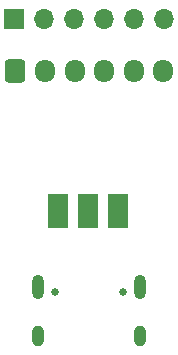
<source format=gbr>
%TF.GenerationSoftware,KiCad,Pcbnew,(6.0.0)*%
%TF.CreationDate,2022-08-06T00:01:33+02:00*%
%TF.ProjectId,bobby-flasher,626f6262-792d-4666-9c61-736865722e6b,rev?*%
%TF.SameCoordinates,Original*%
%TF.FileFunction,Soldermask,Bot*%
%TF.FilePolarity,Negative*%
%FSLAX46Y46*%
G04 Gerber Fmt 4.6, Leading zero omitted, Abs format (unit mm)*
G04 Created by KiCad (PCBNEW (6.0.0)) date 2022-08-06 00:01:33*
%MOMM*%
%LPD*%
G01*
G04 APERTURE LIST*
G04 Aperture macros list*
%AMRoundRect*
0 Rectangle with rounded corners*
0 $1 Rounding radius*
0 $2 $3 $4 $5 $6 $7 $8 $9 X,Y pos of 4 corners*
0 Add a 4 corners polygon primitive as box body*
4,1,4,$2,$3,$4,$5,$6,$7,$8,$9,$2,$3,0*
0 Add four circle primitives for the rounded corners*
1,1,$1+$1,$2,$3*
1,1,$1+$1,$4,$5*
1,1,$1+$1,$6,$7*
1,1,$1+$1,$8,$9*
0 Add four rect primitives between the rounded corners*
20,1,$1+$1,$2,$3,$4,$5,0*
20,1,$1+$1,$4,$5,$6,$7,0*
20,1,$1+$1,$6,$7,$8,$9,0*
20,1,$1+$1,$8,$9,$2,$3,0*%
G04 Aperture macros list end*
%ADD10R,1.700000X1.700000*%
%ADD11O,1.700000X1.700000*%
%ADD12C,0.650000*%
%ADD13O,1.000000X2.100000*%
%ADD14O,1.000000X1.800000*%
%ADD15RoundRect,0.250000X-0.600000X-0.725000X0.600000X-0.725000X0.600000X0.725000X-0.600000X0.725000X0*%
%ADD16O,1.700000X1.950000*%
%ADD17R,1.700000X3.000000*%
G04 APERTURE END LIST*
D10*
%TO.C,J2*%
X-6350000Y-52900000D03*
D11*
X-3810000Y-52900000D03*
X-1270000Y-52900000D03*
X1270000Y-52900000D03*
X3810000Y-52900000D03*
X6350000Y-52900000D03*
%TD*%
D12*
%TO.C,USBC1*%
X-2890000Y-76090000D03*
X2890000Y-76090000D03*
D13*
X-4320000Y-75590000D03*
D14*
X-4320000Y-79770000D03*
X4320000Y-79770000D03*
D13*
X4320000Y-75590000D03*
%TD*%
D15*
%TO.C,J3*%
X-6250000Y-57375000D03*
D16*
X-3750000Y-57375000D03*
X-1250000Y-57375000D03*
X1250000Y-57375000D03*
X3750000Y-57375000D03*
X6250000Y-57375000D03*
%TD*%
D17*
%TO.C,J1*%
X2400000Y-69200000D03*
X-140000Y-69200000D03*
X-2680000Y-69200000D03*
%TD*%
M02*

</source>
